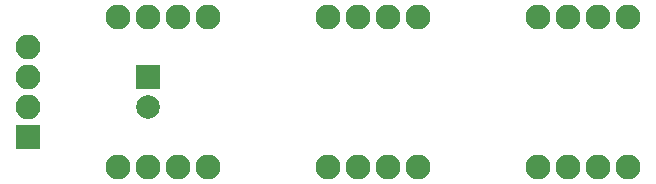
<source format=gts>
G04 #@! TF.GenerationSoftware,KiCad,Pcbnew,(5.1.0-851-g3912c7407)*
G04 #@! TF.CreationDate,2019-06-16T00:16:21-04:00*
G04 #@! TF.ProjectId,Corsair_RGB_Fan_Adaptor,436f7273-6169-4725-9f52-47425f46616e,rev?*
G04 #@! TF.SameCoordinates,Original*
G04 #@! TF.FileFunction,Soldermask,Top*
G04 #@! TF.FilePolarity,Negative*
%FSLAX46Y46*%
G04 Gerber Fmt 4.6, Leading zero omitted, Abs format (unit mm)*
G04 Created by KiCad (PCBNEW (5.1.0-851-g3912c7407)) date 2019-06-16 00:16:21*
%MOMM*%
%LPD*%
G04 APERTURE LIST*
%ADD10C,2.125000*%
%ADD11O,2.100000X2.100000*%
%ADD12R,2.100000X2.100000*%
%ADD13R,2.000000X2.000000*%
%ADD14C,2.000000*%
G04 APERTURE END LIST*
D10*
X127000000Y-114300000D03*
X124460000Y-114300000D03*
X121920000Y-114300000D03*
X119380000Y-114300000D03*
X144780000Y-114300000D03*
X142240000Y-114300000D03*
X139700000Y-114300000D03*
X137160000Y-114300000D03*
X162560000Y-114300000D03*
X160020000Y-114300000D03*
X157480000Y-114300000D03*
X154940000Y-114300000D03*
X154940000Y-127000000D03*
X157480000Y-127000000D03*
X160020000Y-127000000D03*
X162560000Y-127000000D03*
X137160000Y-127000000D03*
X139700000Y-127000000D03*
X142240000Y-127000000D03*
X144780000Y-127000000D03*
X119380000Y-127000000D03*
X121920000Y-127000000D03*
X124460000Y-127000000D03*
X127000000Y-127000000D03*
D11*
X111760000Y-116840000D03*
X111760000Y-119380000D03*
X111760000Y-121920000D03*
D12*
X111760000Y-124460000D03*
D13*
X121920000Y-119380000D03*
D14*
X121920000Y-121880000D03*
M02*

</source>
